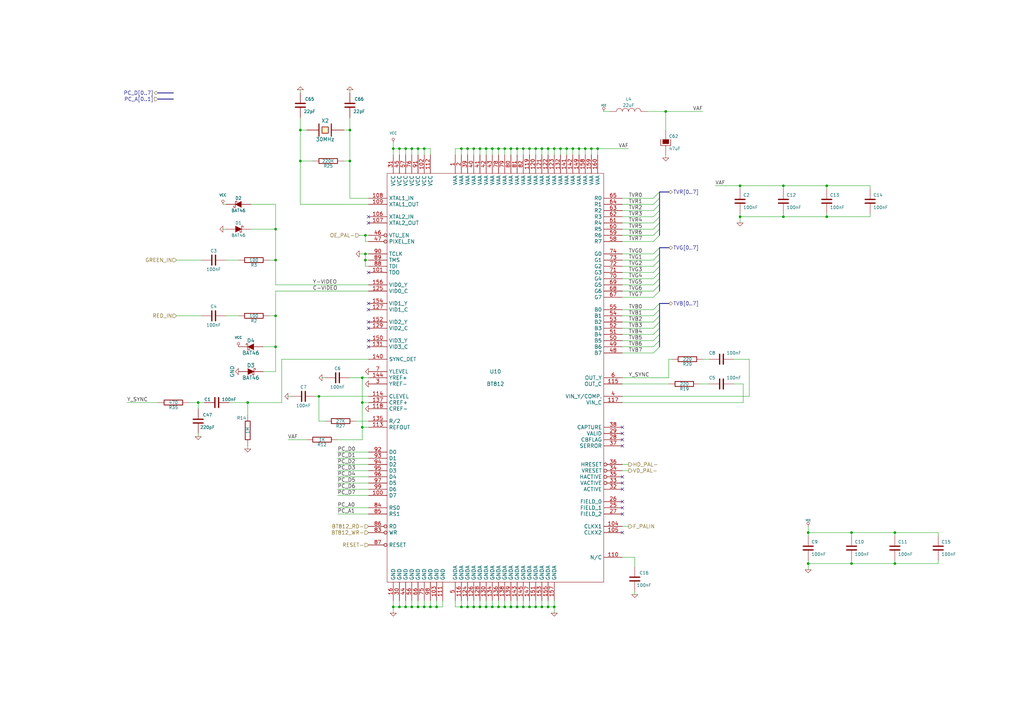
<source format=kicad_sch>
(kicad_sch (version 20201015) (generator eeschema)
  (page 1 8)
  (paper "A3")
  (title_block (title "Video") (date "Sun 22 Mar 2015") (rev "2.0B") (company "Kicad EDA"))
  (lib_symbols
    (symbol "video_schlib:BT812" (pin_names (offset 0.762))
      (property "Reference" "U" (at 47.498 85.09 0))
      (property "Value" "BT812" (at 31.242 -85.09 0))
      (symbol "BT812_1_1"
        (pin input line (at -16.51 91.44 270) (length 7.62) (name "VAA") (number "1"))
        (pin tri_state line (at -52.07 -48.26 0) (length 7.62) (name "D7") (number "100"))
        (pin output line (at -52.07 43.18 0) (length 7.62) (name "TDO") (number "101"))
        (pin input line (at -29.21 91.44 270) (length 7.62) (name "VCC") (number "102"))
        (pin input line (at -24.13 -91.44 90) (length 7.62) (name "GND") (number "103"))
        (pin output line (at 52.07 -60.96 180) (length 7.62) (name "CLKX1") (number "104"))
        (pin output line (at 52.07 -63.5 180) (length 7.62) (name "CLKX2") (number "105"))
        (pin input line (at -52.07 66.04 0) (length 7.62) (name "XTAL2_IN") (number "106"))
        (pin output line (at -52.07 63.5 0) (length 7.62) (name "XTAL2_OUT") (number "107"))
        (pin input line (at -52.07 73.66 0) (length 7.62) (name "XTAL1_IN") (number "108"))
        (pin output line (at -52.07 71.12 0) (length 7.62) (name "XTAL1_OUT") (number "109"))
        (pin input line (at 52.07 -73.66 180) (length 7.62) (name "N/C") (number "110"))
        (pin input line (at -21.59 -91.44 90) (length 7.62) (name "GND") (number "111"))
        (pin input line (at -26.67 91.44 270) (length 7.62) (name "VCC") (number "112"))
        (pin output line (at -52.07 -20.32 0) (length 7.62) (name "REFOUT") (number "113"))
        (pin input line (at -52.07 -7.62 0) (length 7.62) (name "CLEVEL") (number "114"))
        (pin output line (at 52.07 -2.54 180) (length 7.62) (name "OUT_C") (number "115"))
        (pin input line (at -13.97 -91.44 90) (length 7.62) (name "GNDA") (number "116"))
        (pin input line (at 52.07 -10.16 180) (length 7.62) (name "VIN_C") (number "117"))
        (pin input line (at -52.07 -12.7 0) (length 7.62) (name "CREF-") (number "118"))
        (pin input line (at 13.97 91.44 270) (length 7.62) (name "VAA") (number "119"))
        (pin input line (at 16.51 91.44 270) (length 7.62) (name "VAA") (number "120"))
        (pin input line (at 19.05 91.44 270) (length 7.62) (name "VAA") (number "121"))
        (pin input line (at 21.59 91.44 270) (length 7.62) (name "VAA") (number "122"))
        (pin passive line (at 24.13 91.44 270) (length 7.62) (name "VAA") (number "123"))
        (pin input line (at -11.43 -91.44 90) (length 7.62) (name "GNDA") (number "124"))
        (pin input line (at -52.07 35.56 0) (length 7.62) (name "VID0_C") (number "125"))
        (pin input line (at -8.89 -91.44 90) (length 7.62) (name "GNDA") (number "126"))
        (pin input line (at -52.07 27.94 0) (length 7.62) (name "VID1_C") (number "127"))
        (pin input line (at -6.35 -91.44 90) (length 7.62) (name "GNDA") (number "128"))
        (pin input line (at -52.07 20.32 0) (length 7.62) (name "VID2_C") (number "129"))
        (pin input line (at -3.81 -91.44 90) (length 7.62) (name "GNDA") (number "130"))
        (pin input line (at -52.07 12.7 0) (length 7.62) (name "VID3_C") (number "131"))
        (pin input line (at 26.67 91.44 270) (length 7.62) (name "VAA") (number "132"))
        (pin input line (at -1.27 -91.44 90) (length 7.62) (name "GNDA") (number "134"))
        (pin input line (at -52.07 -17.78 0) (length 7.62) (name "R/2") (number "135"))
        (pin input line (at 1.27 -91.44 90) (length 7.62) (name "GNDA") (number "136"))
        (pin input line (at -52.07 -10.16 0) (length 7.62) (name "CREF+") (number "137"))
        (pin input line (at 3.81 -91.44 90) (length 7.62) (name "GNDA") (number "138"))
        (pin input line (at 6.35 -91.44 90) (length 7.62) (name "GNDA") (number "139"))
        (pin input line (at -52.07 7.62 0) (length 7.62) (name "SYNC_DET") (number "140"))
        (pin input line (at 29.21 91.44 270) (length 7.62) (name "VAA") (number "141"))
        (pin input line (at 31.75 91.44 270) (length 7.62) (name "VAA") (number "142"))
        (pin input line (at 8.89 -91.44 90) (length 7.62) (name "GNDA") (number "143"))
        (pin input line (at -52.07 0 0) (length 7.62) (name "YREF+") (number "144"))
        (pin input line (at 11.43 -91.44 90) (length 7.62) (name "GNDA") (number "145"))
        (pin input line (at 13.97 -91.44 90) (length 7.62) (name "GNDA") (number "147"))
        (pin input line (at 34.29 91.44 270) (length 7.62) (name "VAA") (number "149"))
        (pin input line (at -52.07 15.24 0) (length 7.62) (name "VID3_Y") (number "150"))
        (pin input line (at 16.51 -91.44 90) (length 7.62) (name "GNDA") (number "151"))
        (pin input line (at -52.07 22.86 0) (length 7.62) (name "VID2_Y") (number "152"))
        (pin input line (at 19.05 -91.44 90) (length 7.62) (name "GNDA") (number "153"))
        (pin input line (at -52.07 30.48 0) (length 7.62) (name "VID1_Y") (number "154"))
        (pin input line (at 21.59 -91.44 90) (length 7.62) (name "GNDA") (number "155"))
        (pin input line (at -52.07 38.1 0) (length 7.62) (name "VID0_Y") (number "156"))
        (pin input line (at 24.13 -91.44 90) (length 7.62) (name "GNDA") (number "157"))
        (pin input line (at 36.83 91.44 270) (length 7.62) (name "VAA") (number "158"))
        (pin input line (at 39.37 91.44 270) (length 7.62) (name "VAA") (number "159"))
        (pin input line (at -41.91 -91.44 90) (length 7.62) (name "GND") (number "16"))
        (pin input line (at 41.91 91.44 270) (length 7.62) (name "VAA") (number "160"))
        (pin input line (at -13.97 91.44 270) (length 7.62) (name "VAA") (number "2"))
        (pin bidirectional line (at 52.07 -53.34 180) (length 7.62) (name "FIELD_1") (number "25"))
        (pin bidirectional line (at 52.07 -50.8 180) (length 7.62) (name "FIELD_0") (number "26"))
        (pin output line (at 52.07 -55.88 180) (length 7.62) (name "FIELD_2") (number "27"))
        (pin output line (at 52.07 -25.4 180) (length 7.62) (name "CBFLAG") (number "28"))
        (pin output line (at 52.07 -22.86 180) (length 7.62) (name "VALID") (number "29"))
        (pin input line (at -52.07 -2.54 0) (length 7.62) (name "YREF-") (number "3"))
        (pin input line (at -39.37 -91.44 90) (length 7.62) (name "GND") (number "30"))
        (pin input line (at -41.91 91.44 270) (length 7.62) (name "VCC") (number "31"))
        (pin output line (at 52.07 -45.72 180) (length 7.62) (name "ACTIVE") (number "32"))
        (pin output inverted (at 52.07 -43.18 180) (length 7.62) (name "VACTIVE") (number "33"))
        (pin output inverted (at 52.07 -38.1 180) (length 7.62) (name "VRESET") (number "34"))
        (pin output inverted (at 52.07 -40.64 180) (length 7.62) (name "HACTIVE") (number "35"))
        (pin output inverted (at 52.07 -35.56 180) (length 7.62) (name "HRESET") (number "36"))
        (pin output line (at 52.07 -27.94 180) (length 7.62) (name "SERROR") (number "37"))
        (pin output line (at 52.07 -20.32 180) (length 7.62) (name "CAPTURE") (number "38"))
        (pin input line (at -11.43 91.44 270) (length 7.62) (name "VAA") (number "39"))
        (pin input line (at 52.07 -7.62 180) (length 7.62) (name "VIN_Y/COMP.") (number "4"))
        (pin input line (at -8.89 91.44 270) (length 7.62) (name "VAA") (number "40"))
        (pin input line (at -6.35 91.44 270) (length 7.62) (name "VAA") (number "41"))
        (pin input line (at -3.81 91.44 270) (length 7.62) (name "VAA") (number "42"))
        (pin input line (at -1.27 91.44 270) (length 7.62) (name "VAA") (number "43"))
        (pin input line (at -36.83 -91.44 90) (length 7.62) (name "GND") (number "44"))
        (pin input line (at -39.37 91.44 270) (length 7.62) (name "VCC") (number "45"))
        (pin input inverted (at -52.07 58.42 0) (length 7.62) (name "VTU_EN") (number "46"))
        (pin input inverted (at -52.07 55.88 0) (length 7.62) (name "PIXEL_EN") (number "47"))
        (pin tri_state line (at 52.07 10.16 180) (length 7.62) (name "B7") (number "48"))
        (pin tri_state line (at 52.07 12.7 180) (length 7.62) (name "B6") (number "49"))
        (pin input line (at -16.51 -91.44 90) (length 7.62) (name "GNDA") (number "5"))
        (pin tri_state line (at 52.07 15.24 180) (length 7.62) (name "B5") (number "50"))
        (pin tri_state line (at 52.07 17.78 180) (length 7.62) (name "B4") (number "51"))
        (pin tri_state line (at 52.07 20.32 180) (length 7.62) (name "B3") (number "52"))
        (pin tri_state line (at 52.07 22.86 180) (length 7.62) (name "B2") (number "53"))
        (pin tri_state line (at 52.07 25.4 180) (length 7.62) (name "B1") (number "54"))
        (pin tri_state line (at 52.07 27.94 180) (length 7.62) (name "B0") (number "55"))
        (pin input line (at -34.29 -91.44 90) (length 7.62) (name "GND") (number "56"))
        (pin input line (at -36.83 91.44 270) (length 7.62) (name "VCC") (number "57"))
        (pin tri_state line (at 52.07 55.88 180) (length 7.62) (name "R7") (number "58"))
        (pin tri_state line (at 52.07 58.42 180) (length 7.62) (name "R6") (number "59"))
        (pin output line (at 52.07 0 180) (length 7.62) (name "OUT_Y") (number "6"))
        (pin tri_state line (at 52.07 60.96 180) (length 7.62) (name "R5") (number "60"))
        (pin tri_state line (at 52.07 63.5 180) (length 7.62) (name "R4") (number "61"))
        (pin tri_state line (at 52.07 66.04 180) (length 7.62) (name "R3") (number "62"))
        (pin tri_state line (at 52.07 68.58 180) (length 7.62) (name "R2") (number "63"))
        (pin tri_state line (at 52.07 71.12 180) (length 7.62) (name "R1") (number "64"))
        (pin tri_state line (at 52.07 73.66 180) (length 7.62) (name "R0") (number "65"))
        (pin input line (at -31.75 -91.44 90) (length 7.62) (name "GND") (number "66"))
        (pin tri_state line (at 52.07 33.02 180) (length 7.62) (name "G7") (number "67"))
        (pin tri_state line (at 52.07 35.56 180) (length 7.62) (name "G6") (number "68"))
        (pin tri_state line (at 52.07 38.1 180) (length 7.62) (name "G5") (number "69"))
        (pin input line (at -52.07 2.54 0) (length 7.62) (name "YLEVEL") (number "7"))
        (pin tri_state line (at 52.07 40.64 180) (length 7.62) (name "G4") (number "70"))
        (pin tri_state line (at 52.07 43.18 180) (length 7.62) (name "G3") (number "71"))
        (pin tri_state line (at 52.07 45.72 180) (length 7.62) (name "G2") (number "72"))
        (pin tri_state line (at 52.07 48.26 180) (length 7.62) (name "G1") (number "73"))
        (pin tri_state line (at 52.07 50.8 180) (length 7.62) (name "G0") (number "74"))
        (pin input line (at -29.21 -91.44 90) (length 7.62) (name "GND") (number "75"))
        (pin input line (at -34.29 91.44 270) (length 7.62) (name "VCC") (number "76"))
        (pin input line (at 1.27 91.44 270) (length 7.62) (name "VAA") (number "78"))
        (pin input line (at 3.81 91.44 270) (length 7.62) (name "VAA") (number "79"))
        (pin input line (at 6.35 91.44 270) (length 7.62) (name "VAA") (number "80"))
        (pin input line (at 8.89 91.44 270) (length 7.62) (name "VAA") (number "81"))
        (pin input line (at 11.43 91.44 270) (length 7.62) (name "VAA") (number "82"))
        (pin input inverted (at -52.07 -63.5 0) (length 7.62) (name "WR") (number "83"))
        (pin input line (at -52.07 -53.34 0) (length 7.62) (name "RS0") (number "84"))
        (pin input line (at -52.07 -55.88 0) (length 7.62) (name "RS1") (number "85"))
        (pin input inverted (at -52.07 -60.96 0) (length 7.62) (name "RD") (number "86"))
        (pin input inverted (at -52.07 -68.58 0) (length 7.62) (name "RESET") (number "87"))
        (pin input line (at -52.07 45.72 0) (length 7.62) (name "TDI") (number "88"))
        (pin input line (at -52.07 48.26 0) (length 7.62) (name "TMS") (number "89"))
        (pin input line (at -52.07 50.8 0) (length 7.62) (name "TCLK") (number "90"))
        (pin passive line (at -31.75 91.44 270) (length 7.62) (name "VCC") (number "91"))
        (pin tri_state line (at -52.07 -30.48 0) (length 7.62) (name "D0") (number "92"))
        (pin tri_state line (at -52.07 -33.02 0) (length 7.62) (name "D1") (number "93"))
        (pin tri_state line (at -52.07 -35.56 0) (length 7.62) (name "D2") (number "94"))
        (pin tri_state line (at -52.07 -38.1 0) (length 7.62) (name "D3") (number "95"))
        (pin tri_state line (at -52.07 -40.64 0) (length 7.62) (name "D4") (number "96"))
        (pin tri_state line (at -52.07 -43.18 0) (length 7.62) (name "D5") (number "97"))
        (pin input line (at -26.67 -91.44 90) (length 7.62) (name "GND") (number "98"))
        (pin tri_state line (at -52.07 -45.72 0) (length 7.62) (name "D6") (number "99"))
      )
    )
    (symbol "video_schlib:C" (pin_numbers hide) (pin_names (offset 0.254))
      (property "Reference" "C" (at 0 2.54 0))
      (property "Value" "C" (at 0.1524 -2.159 0))
      (symbol "C_1_1"
        (pin passive line (at 0 5.08 270) (length 4.318) (name "~") (number "1"))
        (pin passive line (at 0 -5.08 90) (length 4.318) (name "~") (number "2"))
      )
    )
    (symbol "video_schlib:CP" (pin_numbers hide) (pin_names (offset 0.254) hide)
      (property "Reference" "C" (at 1.27 2.54 0))
      (property "Value" "CP" (at 1.27 -2.54 0))
      (symbol "CP_1_1"
        (pin passive line (at 0 5.08 270) (length 3.81) (name "~") (number "1"))
        (pin passive line (at 0 -5.08 90) (length 3.81) (name "~") (number "2"))
      )
    )
    (symbol "video_schlib:CRYSTAL" (pin_numbers hide) (pin_names (offset 1.016) hide)
      (property "Reference" "X" (at 0 3.81 0))
      (property "Value" "CRYSTAL" (at 0 -3.81 0))
      (symbol "CRYSTAL_1_1"
        (pin passive line (at -7.62 0 0) (length 5.08) (name "1") (number "1"))
        (pin passive line (at 7.62 0 180) (length 5.08) (name "2") (number "2"))
      )
    )
    (symbol "video_schlib:DIODESCH" (pin_numbers hide) (pin_names (offset 1.016) hide)
      (property "Reference" "D" (at 0 2.54 0))
      (property "Value" "DIODESCH" (at 0 -2.54 0))
      (symbol "DIODESCH_1_1"
        (pin passive line (at -5.08 0 0) (length 3.81) (name "A") (number "1"))
        (pin passive line (at 5.08 0 180) (length 3.81) (name "K") (number "2"))
      )
    )
    (symbol "video_schlib:GND" (power) (pin_names (offset 0))
      (symbol "GND_1_1"
        (pin power_in line (at 0 0 90) (length 0) hide (name "GND") (number "1"))
      )
    )
    (symbol "video_schlib:INDUCTOR" (pin_numbers hide) (pin_names (offset 1.016) hide)
      (property "Reference" "L" (at -1.27 0 90))
      (property "Value" "INDUCTOR" (at 2.54 0 90))
      (symbol "INDUCTOR_1_1"
        (pin passive line (at 0 7.62 270) (length 2.54) (name "1") (number "1"))
        (pin passive line (at 0 -7.62 90) (length 2.54) (name "2") (number "2"))
      )
    )
    (symbol "video_schlib:R" (pin_numbers hide) (pin_names (offset 0))
      (property "Reference" "R" (at 2.032 0 90))
      (property "Value" "R" (at 0.1778 0.0254 90))
      (symbol "R_1_1"
        (pin passive line (at 0 6.35 270) (length 2.54) (name "~") (number "1"))
        (pin passive line (at 0 -6.35 90) (length 2.54) (name "~") (number "2"))
      )
    )
    (symbol "video_schlib:VCC" (power) (pin_names (offset 0))
      (property "Value" "VCC" (at 0 2.54 0))
      (symbol "VCC_0_0"
        (pin power_in line (at 0 0 90) (length 0) hide (name "VCC") (number "1"))
      )
    )
  )
  (junction (at 81.28 165.1) (diameter 0.9144))
  (junction (at 101.6 165.1) (diameter 0.9144))
  (junction (at 113.03 93.98) (diameter 0.9144))
  (junction (at 113.03 106.68) (diameter 0.9144))
  (junction (at 113.03 129.54) (diameter 0.9144))
  (junction (at 113.03 142.24) (diameter 0.9144))
  (junction (at 123.19 53.34) (diameter 0.9144))
  (junction (at 123.19 66.04) (diameter 0.9144))
  (junction (at 130.81 162.56) (diameter 0.9144))
  (junction (at 143.51 53.34) (diameter 0.9144))
  (junction (at 143.51 66.04) (diameter 0.9144))
  (junction (at 148.59 154.94) (diameter 0.9144))
  (junction (at 148.59 165.1) (diameter 0.9144))
  (junction (at 148.59 175.26) (diameter 0.9144))
  (junction (at 149.86 96.52) (diameter 0.9144))
  (junction (at 149.86 104.14) (diameter 0.9144))
  (junction (at 149.86 106.68) (diameter 0.9144))
  (junction (at 161.29 60.96) (diameter 0.9144))
  (junction (at 161.29 248.92) (diameter 0.9144))
  (junction (at 163.83 60.96) (diameter 0.9144))
  (junction (at 163.83 248.92) (diameter 0.9144))
  (junction (at 166.37 60.96) (diameter 0.9144))
  (junction (at 166.37 248.92) (diameter 0.9144))
  (junction (at 168.91 60.96) (diameter 0.9144))
  (junction (at 168.91 248.92) (diameter 0.9144))
  (junction (at 171.45 60.96) (diameter 0.9144))
  (junction (at 171.45 248.92) (diameter 0.9144))
  (junction (at 173.99 60.96) (diameter 0.9144))
  (junction (at 173.99 248.92) (diameter 0.9144))
  (junction (at 176.53 248.92) (diameter 0.9144))
  (junction (at 179.07 248.92) (diameter 0.9144))
  (junction (at 189.23 60.96) (diameter 0.9144))
  (junction (at 189.23 248.92) (diameter 0.9144))
  (junction (at 191.77 60.96) (diameter 0.9144))
  (junction (at 191.77 248.92) (diameter 0.9144))
  (junction (at 194.31 60.96) (diameter 0.9144))
  (junction (at 194.31 248.92) (diameter 0.9144))
  (junction (at 196.85 60.96) (diameter 0.9144))
  (junction (at 196.85 248.92) (diameter 0.9144))
  (junction (at 199.39 60.96) (diameter 0.9144))
  (junction (at 199.39 248.92) (diameter 0.9144))
  (junction (at 201.93 60.96) (diameter 0.9144))
  (junction (at 201.93 248.92) (diameter 0.9144))
  (junction (at 204.47 60.96) (diameter 0.9144))
  (junction (at 204.47 248.92) (diameter 0.9144))
  (junction (at 207.01 60.96) (diameter 0.9144))
  (junction (at 207.01 248.92) (diameter 0.9144))
  (junction (at 209.55 60.96) (diameter 0.9144))
  (junction (at 209.55 248.92) (diameter 0.9144))
  (junction (at 212.09 60.96) (diameter 0.9144))
  (junction (at 212.09 248.92) (diameter 0.9144))
  (junction (at 214.63 60.96) (diameter 0.9144))
  (junction (at 214.63 248.92) (diameter 0.9144))
  (junction (at 217.17 60.96) (diameter 0.9144))
  (junction (at 217.17 248.92) (diameter 0.9144))
  (junction (at 219.71 60.96) (diameter 0.9144))
  (junction (at 219.71 248.92) (diameter 0.9144))
  (junction (at 222.25 60.96) (diameter 0.9144))
  (junction (at 222.25 248.92) (diameter 0.9144))
  (junction (at 224.79 60.96) (diameter 0.9144))
  (junction (at 224.79 248.92) (diameter 0.9144))
  (junction (at 227.33 60.96) (diameter 0.9144))
  (junction (at 227.33 248.92) (diameter 0.9144))
  (junction (at 229.87 60.96) (diameter 0.9144))
  (junction (at 232.41 60.96) (diameter 0.9144))
  (junction (at 234.95 60.96) (diameter 0.9144))
  (junction (at 237.49 60.96) (diameter 0.9144))
  (junction (at 240.03 60.96) (diameter 0.9144))
  (junction (at 242.57 60.96) (diameter 0.9144))
  (junction (at 245.11 60.96) (diameter 0.9144))
  (junction (at 273.05 45.72) (diameter 0.9144))
  (junction (at 303.53 76.2) (diameter 0.9144))
  (junction (at 303.53 88.9) (diameter 0.9144))
  (junction (at 321.31 76.2) (diameter 0.9144))
  (junction (at 321.31 88.9) (diameter 0.9144))
  (junction (at 331.47 218.44) (diameter 0.9144))
  (junction (at 331.47 231.14) (diameter 0.9144))
  (junction (at 339.09 76.2) (diameter 0.9144))
  (junction (at 339.09 88.9) (diameter 0.9144))
  (junction (at 349.25 218.44) (diameter 0.9144))
  (junction (at 349.25 231.14) (diameter 0.9144))
  (junction (at 367.03 218.44) (diameter 0.9144))
  (junction (at 367.03 231.14) (diameter 0.9144))
  (no_connect (at 151.13 111.76))
  (no_connect (at 255.27 208.28))
  (no_connect (at 255.27 205.74))
  (no_connect (at 151.13 88.9))
  (no_connect (at 255.27 182.88))
  (no_connect (at 255.27 200.66))
  (no_connect (at 255.27 210.82))
  (no_connect (at 151.13 139.7))
  (no_connect (at 151.13 134.62))
  (no_connect (at 255.27 195.58))
  (no_connect (at 255.27 218.44))
  (no_connect (at 255.27 177.8))
  (no_connect (at 255.27 198.12))
  (no_connect (at 151.13 124.46))
  (no_connect (at 255.27 175.26))
  (no_connect (at 151.13 127))
  (no_connect (at 255.27 180.34))
  (no_connect (at 151.13 142.24))
  (no_connect (at 151.13 132.08))
  (no_connect (at 151.13 91.44))
  (bus_entry (at 267.97 81.28) (size 2.54 -2.54) (stroke (width 0.1524)))
  (bus_entry (at 267.97 83.82) (size 2.54 -2.54) (stroke (width 0.1524)))
  (bus_entry (at 267.97 86.36) (size 2.54 -2.54) (stroke (width 0.1524)))
  (bus_entry (at 267.97 88.9) (size 2.54 -2.54) (stroke (width 0.1524)))
  (bus_entry (at 267.97 91.44) (size 2.54 -2.54) (stroke (width 0.1524)))
  (bus_entry (at 267.97 93.98) (size 2.54 -2.54) (stroke (width 0.1524)))
  (bus_entry (at 267.97 96.52) (size 2.54 -2.54) (stroke (width 0.1524)))
  (bus_entry (at 267.97 99.06) (size 2.54 -2.54) (stroke (width 0.1524)))
  (bus_entry (at 267.97 104.14) (size 2.54 -2.54) (stroke (width 0.1524)))
  (bus_entry (at 267.97 106.68) (size 2.54 -2.54) (stroke (width 0.1524)))
  (bus_entry (at 267.97 109.22) (size 2.54 -2.54) (stroke (width 0.1524)))
  (bus_entry (at 267.97 111.76) (size 2.54 -2.54) (stroke (width 0.1524)))
  (bus_entry (at 267.97 114.3) (size 2.54 -2.54) (stroke (width 0.1524)))
  (bus_entry (at 267.97 116.84) (size 2.54 -2.54) (stroke (width 0.1524)))
  (bus_entry (at 267.97 119.38) (size 2.54 -2.54) (stroke (width 0.1524)))
  (bus_entry (at 267.97 121.92) (size 2.54 -2.54) (stroke (width 0.1524)))
  (bus_entry (at 267.97 127) (size 2.54 -2.54) (stroke (width 0.1524)))
  (bus_entry (at 267.97 129.54) (size 2.54 -2.54) (stroke (width 0.1524)))
  (bus_entry (at 267.97 132.08) (size 2.54 -2.54) (stroke (width 0.1524)))
  (bus_entry (at 267.97 134.62) (size 2.54 -2.54) (stroke (width 0.1524)))
  (bus_entry (at 267.97 137.16) (size 2.54 -2.54) (stroke (width 0.1524)))
  (bus_entry (at 267.97 139.7) (size 2.54 -2.54) (stroke (width 0.1524)))
  (bus_entry (at 267.97 142.24) (size 2.54 -2.54) (stroke (width 0.1524)))
  (bus_entry (at 267.97 144.78) (size 2.54 -2.54) (stroke (width 0.1524)))
  (wire (pts (xy 52.07 165.1) (xy 64.77 165.1)))
  (wire (pts (xy 72.39 106.68) (xy 82.55 106.68)))
  (wire (pts (xy 72.39 129.54) (xy 82.55 129.54)))
  (wire (pts (xy 77.47 165.1) (xy 81.28 165.1)))
  (wire (pts (xy 81.28 165.1) (xy 81.28 167.64)))
  (wire (pts (xy 81.28 165.1) (xy 83.82 165.1)))
  (wire (pts (xy 81.28 177.8) (xy 81.28 179.07)))
  (wire (pts (xy 91.44 83.82) (xy 92.71 83.82)))
  (wire (pts (xy 91.44 93.98) (xy 92.71 93.98)))
  (wire (pts (xy 92.71 106.68) (xy 97.79 106.68)))
  (wire (pts (xy 92.71 129.54) (xy 97.79 129.54)))
  (wire (pts (xy 93.98 165.1) (xy 101.6 165.1)))
  (wire (pts (xy 101.6 165.1) (xy 101.6 170.18)))
  (wire (pts (xy 101.6 165.1) (xy 115.57 165.1)))
  (wire (pts (xy 101.6 182.88) (xy 101.6 184.15)))
  (wire (pts (xy 102.87 83.82) (xy 113.03 83.82)))
  (wire (pts (xy 102.87 93.98) (xy 113.03 93.98)))
  (wire (pts (xy 107.95 142.24) (xy 113.03 142.24)))
  (wire (pts (xy 110.49 106.68) (xy 113.03 106.68)))
  (wire (pts (xy 110.49 129.54) (xy 113.03 129.54)))
  (wire (pts (xy 113.03 83.82) (xy 113.03 93.98)))
  (wire (pts (xy 113.03 93.98) (xy 113.03 106.68)))
  (wire (pts (xy 113.03 106.68) (xy 113.03 116.84)))
  (wire (pts (xy 113.03 116.84) (xy 151.13 116.84)))
  (wire (pts (xy 113.03 119.38) (xy 113.03 129.54)))
  (wire (pts (xy 113.03 129.54) (xy 113.03 142.24)))
  (wire (pts (xy 113.03 142.24) (xy 113.03 152.4)))
  (wire (pts (xy 113.03 152.4) (xy 107.95 152.4)))
  (wire (pts (xy 115.57 165.1) (xy 115.57 147.32)))
  (wire (pts (xy 118.11 162.56) (xy 119.38 162.56)))
  (wire (pts (xy 118.11 180.34) (xy 125.73 180.34)))
  (wire (pts (xy 123.19 38.1) (xy 123.19 36.83)))
  (wire (pts (xy 123.19 48.26) (xy 123.19 53.34)))
  (wire (pts (xy 123.19 53.34) (xy 123.19 66.04)))
  (wire (pts (xy 123.19 53.34) (xy 125.73 53.34)))
  (wire (pts (xy 123.19 66.04) (xy 123.19 83.82)))
  (wire (pts (xy 123.19 66.04) (xy 128.27 66.04)))
  (wire (pts (xy 123.19 83.82) (xy 151.13 83.82)))
  (wire (pts (xy 129.54 162.56) (xy 130.81 162.56)))
  (wire (pts (xy 130.81 162.56) (xy 130.81 172.72)))
  (wire (pts (xy 130.81 162.56) (xy 151.13 162.56)))
  (wire (pts (xy 130.81 172.72) (xy 133.35 172.72)))
  (wire (pts (xy 132.08 154.94) (xy 133.35 154.94)))
  (wire (pts (xy 138.43 185.42) (xy 151.13 185.42)))
  (wire (pts (xy 138.43 187.96) (xy 151.13 187.96)))
  (wire (pts (xy 138.43 190.5) (xy 151.13 190.5)))
  (wire (pts (xy 138.43 193.04) (xy 151.13 193.04)))
  (wire (pts (xy 138.43 195.58) (xy 151.13 195.58)))
  (wire (pts (xy 138.43 198.12) (xy 151.13 198.12)))
  (wire (pts (xy 138.43 200.66) (xy 151.13 200.66)))
  (wire (pts (xy 138.43 203.2) (xy 151.13 203.2)))
  (wire (pts (xy 138.43 208.28) (xy 151.13 208.28)))
  (wire (pts (xy 138.43 210.82) (xy 151.13 210.82)))
  (wire (pts (xy 140.97 53.34) (xy 143.51 53.34)))
  (wire (pts (xy 140.97 66.04) (xy 143.51 66.04)))
  (wire (pts (xy 143.51 36.83) (xy 143.51 38.1)))
  (wire (pts (xy 143.51 48.26) (xy 143.51 53.34)))
  (wire (pts (xy 143.51 53.34) (xy 143.51 66.04)))
  (wire (pts (xy 143.51 66.04) (xy 143.51 81.28)))
  (wire (pts (xy 143.51 81.28) (xy 151.13 81.28)))
  (wire (pts (xy 143.51 154.94) (xy 148.59 154.94)))
  (wire (pts (xy 146.05 172.72) (xy 151.13 172.72)))
  (wire (pts (xy 147.32 96.52) (xy 149.86 96.52)))
  (wire (pts (xy 147.32 104.14) (xy 149.86 104.14)))
  (wire (pts (xy 148.59 154.94) (xy 148.59 165.1)))
  (wire (pts (xy 148.59 154.94) (xy 151.13 154.94)))
  (wire (pts (xy 148.59 165.1) (xy 148.59 175.26)))
  (wire (pts (xy 148.59 165.1) (xy 151.13 165.1)))
  (wire (pts (xy 148.59 175.26) (xy 148.59 180.34)))
  (wire (pts (xy 148.59 175.26) (xy 151.13 175.26)))
  (wire (pts (xy 148.59 180.34) (xy 138.43 180.34)))
  (wire (pts (xy 149.86 96.52) (xy 151.13 96.52)))
  (wire (pts (xy 149.86 99.06) (xy 149.86 96.52)))
  (wire (pts (xy 149.86 104.14) (xy 149.86 106.68)))
  (wire (pts (xy 149.86 104.14) (xy 151.13 104.14)))
  (wire (pts (xy 149.86 106.68) (xy 149.86 109.22)))
  (wire (pts (xy 149.86 106.68) (xy 151.13 106.68)))
  (wire (pts (xy 149.86 109.22) (xy 151.13 109.22)))
  (wire (pts (xy 151.13 99.06) (xy 149.86 99.06)))
  (wire (pts (xy 151.13 119.38) (xy 113.03 119.38)))
  (wire (pts (xy 151.13 147.32) (xy 115.57 147.32)))
  (wire (pts (xy 161.29 58.42) (xy 161.29 60.96)))
  (wire (pts (xy 161.29 60.96) (xy 161.29 63.5)))
  (wire (pts (xy 161.29 60.96) (xy 163.83 60.96)))
  (wire (pts (xy 161.29 246.38) (xy 161.29 248.92)))
  (wire (pts (xy 161.29 248.92) (xy 161.29 251.46)))
  (wire (pts (xy 161.29 248.92) (xy 163.83 248.92)))
  (wire (pts (xy 163.83 60.96) (xy 163.83 63.5)))
  (wire (pts (xy 163.83 60.96) (xy 166.37 60.96)))
  (wire (pts (xy 163.83 246.38) (xy 163.83 248.92)))
  (wire (pts (xy 163.83 248.92) (xy 166.37 248.92)))
  (wire (pts (xy 166.37 60.96) (xy 166.37 63.5)))
  (wire (pts (xy 166.37 60.96) (xy 168.91 60.96)))
  (wire (pts (xy 166.37 246.38) (xy 166.37 248.92)))
  (wire (pts (xy 166.37 248.92) (xy 168.91 248.92)))
  (wire (pts (xy 168.91 60.96) (xy 168.91 63.5)))
  (wire (pts (xy 168.91 60.96) (xy 171.45 60.96)))
  (wire (pts (xy 168.91 246.38) (xy 168.91 248.92)))
  (wire (pts (xy 168.91 248.92) (xy 171.45 248.92)))
  (wire (pts (xy 171.45 60.96) (xy 171.45 63.5)))
  (wire (pts (xy 171.45 60.96) (xy 173.99 60.96)))
  (wire (pts (xy 171.45 246.38) (xy 171.45 248.92)))
  (wire (pts (xy 171.45 248.92) (xy 173.99 248.92)))
  (wire (pts (xy 173.99 60.96) (xy 173.99 63.5)))
  (wire (pts (xy 173.99 60.96) (xy 176.53 60.96)))
  (wire (pts (xy 173.99 246.38) (xy 173.99 248.92)))
  (wire (pts (xy 173.99 248.92) (xy 176.53 248.92)))
  (wire (pts (xy 176.53 60.96) (xy 176.53 63.5)))
  (wire (pts (xy 176.53 246.38) (xy 176.53 248.92)))
  (wire (pts (xy 176.53 248.92) (xy 179.07 248.92)))
  (wire (pts (xy 179.07 246.38) (xy 179.07 248.92)))
  (wire (pts (xy 179.07 248.92) (xy 181.61 248.92)))
  (wire (pts (xy 181.61 248.92) (xy 181.61 246.38)))
  (wire (pts (xy 186.69 60.96) (xy 186.69 63.5)))
  (wire (pts (xy 186.69 60.96) (xy 189.23 60.96)))
  (wire (pts (xy 186.69 248.92) (xy 186.69 246.38)))
  (wire (pts (xy 186.69 248.92) (xy 189.23 248.92)))
  (wire (pts (xy 189.23 60.96) (xy 189.23 63.5)))
  (wire (pts (xy 189.23 60.96) (xy 191.77 60.96)))
  (wire (pts (xy 189.23 246.38) (xy 189.23 248.92)))
  (wire (pts (xy 189.23 248.92) (xy 191.77 248.92)))
  (wire (pts (xy 191.77 60.96) (xy 191.77 63.5)))
  (wire (pts (xy 191.77 60.96) (xy 194.31 60.96)))
  (wire (pts (xy 191.77 246.38) (xy 191.77 248.92)))
  (wire (pts (xy 191.77 248.92) (xy 194.31 248.92)))
  (wire (pts (xy 194.31 60.96) (xy 194.31 63.5)))
  (wire (pts (xy 194.31 60.96) (xy 196.85 60.96)))
  (wire (pts (xy 194.31 246.38) (xy 194.31 248.92)))
  (wire (pts (xy 194.31 248.92) (xy 196.85 248.92)))
  (wire (pts (xy 196.85 60.96) (xy 196.85 63.5)))
  (wire (pts (xy 196.85 60.96) (xy 199.39 60.96)))
  (wire (pts (xy 196.85 246.38) (xy 196.85 248.92)))
  (wire (pts (xy 196.85 248.92) (xy 199.39 248.92)))
  (wire (pts (xy 199.39 60.96) (xy 199.39 63.5)))
  (wire (pts (xy 199.39 60.96) (xy 201.93 60.96)))
  (wire (pts (xy 199.39 246.38) (xy 199.39 248.92)))
  (wire (pts (xy 199.39 248.92) (xy 201.93 248.92)))
  (wire (pts (xy 201.93 60.96) (xy 201.93 63.5)))
  (wire (pts (xy 201.93 60.96) (xy 204.47 60.96)))
  (wire (pts (xy 201.93 246.38) (xy 201.93 248.92)))
  (wire (pts (xy 201.93 248.92) (xy 204.47 248.92)))
  (wire (pts (xy 204.47 60.96) (xy 204.47 63.5)))
  (wire (pts (xy 204.47 60.96) (xy 207.01 60.96)))
  (wire (pts (xy 204.47 246.38) (xy 204.47 248.92)))
  (wire (pts (xy 204.47 248.92) (xy 207.01 248.92)))
  (wire (pts (xy 207.01 60.96) (xy 207.01 63.5)))
  (wire (pts (xy 207.01 60.96) (xy 209.55 60.96)))
  (wire (pts (xy 207.01 246.38) (xy 207.01 248.92)))
  (wire (pts (xy 207.01 248.92) (xy 209.55 248.92)))
  (wire (pts (xy 209.55 60.96) (xy 209.55 63.5)))
  (wire (pts (xy 209.55 60.96) (xy 212.09 60.96)))
  (wire (pts (xy 209.55 246.38) (xy 209.55 248.92)))
  (wire (pts (xy 209.55 248.92) (xy 212.09 248.92)))
  (wire (pts (xy 212.09 60.96) (xy 212.09 63.5)))
  (wire (pts (xy 212.09 60.96) (xy 214.63 60.96)))
  (wire (pts (xy 212.09 246.38) (xy 212.09 248.92)))
  (wire (pts (xy 212.09 248.92) (xy 214.63 248.92)))
  (wire (pts (xy 214.63 60.96) (xy 214.63 63.5)))
  (wire (pts (xy 214.63 60.96) (xy 217.17 60.96)))
  (wire (pts (xy 214.63 246.38) (xy 214.63 248.92)))
  (wire (pts (xy 214.63 248.92) (xy 217.17 248.92)))
  (wire (pts (xy 217.17 60.96) (xy 217.17 63.5)))
  (wire (pts (xy 217.17 60.96) (xy 219.71 60.96)))
  (wire (pts (xy 217.17 246.38) (xy 217.17 248.92)))
  (wire (pts (xy 217.17 248.92) (xy 219.71 248.92)))
  (wire (pts (xy 219.71 60.96) (xy 219.71 63.5)))
  (wire (pts (xy 219.71 60.96) (xy 222.25 60.96)))
  (wire (pts (xy 219.71 246.38) (xy 219.71 248.92)))
  (wire (pts (xy 219.71 248.92) (xy 222.25 248.92)))
  (wire (pts (xy 222.25 60.96) (xy 222.25 63.5)))
  (wire (pts (xy 222.25 60.96) (xy 224.79 60.96)))
  (wire (pts (xy 222.25 246.38) (xy 222.25 248.92)))
  (wire (pts (xy 222.25 248.92) (xy 224.79 248.92)))
  (wire (pts (xy 224.79 60.96) (xy 224.79 63.5)))
  (wire (pts (xy 224.79 60.96) (xy 227.33 60.96)))
  (wire (pts (xy 224.79 246.38) (xy 224.79 248.92)))
  (wire (pts (xy 224.79 248.92) (xy 227.33 248.92)))
  (wire (pts (xy 227.33 60.96) (xy 227.33 63.5)))
  (wire (pts (xy 227.33 60.96) (xy 229.87 60.96)))
  (wire (pts (xy 227.33 246.38) (xy 227.33 248.92)))
  (wire (pts (xy 227.33 248.92) (xy 227.33 251.46)))
  (wire (pts (xy 229.87 60.96) (xy 229.87 63.5)))
  (wire (pts (xy 229.87 60.96) (xy 232.41 60.96)))
  (wire (pts (xy 232.41 60.96) (xy 232.41 63.5)))
  (wire (pts (xy 232.41 60.96) (xy 234.95 60.96)))
  (wire (pts (xy 234.95 60.96) (xy 234.95 63.5)))
  (wire (pts (xy 234.95 60.96) (xy 237.49 60.96)))
  (wire (pts (xy 237.49 60.96) (xy 237.49 63.5)))
  (wire (pts (xy 237.49 60.96) (xy 240.03 60.96)))
  (wire (pts (xy 240.03 60.96) (xy 240.03 63.5)))
  (wire (pts (xy 240.03 60.96) (xy 242.57 60.96)))
  (wire (pts (xy 242.57 60.96) (xy 242.57 63.5)))
  (wire (pts (xy 242.57 60.96) (xy 245.11 60.96)))
  (wire (pts (xy 245.11 60.96) (xy 245.11 63.5)))
  (wire (pts (xy 245.11 60.96) (xy 257.81 60.96)))
  (wire (pts (xy 247.65 45.72) (xy 250.19 45.72)))
  (wire (pts (xy 255.27 81.28) (xy 267.97 81.28)))
  (wire (pts (xy 255.27 83.82) (xy 267.97 83.82)))
  (wire (pts (xy 255.27 86.36) (xy 267.97 86.36)))
  (wire (pts (xy 255.27 88.9) (xy 267.97 88.9)))
  (wire (pts (xy 255.27 91.44) (xy 267.97 91.44)))
  (wire (pts (xy 255.27 93.98) (xy 267.97 93.98)))
  (wire (pts (xy 255.27 96.52) (xy 267.97 96.52)))
  (wire (pts (xy 255.27 99.06) (xy 267.97 99.06)))
  (wire (pts (xy 255.27 104.14) (xy 267.97 104.14)))
  (wire (pts (xy 255.27 106.68) (xy 267.97 106.68)))
  (wire (pts (xy 255.27 109.22) (xy 267.97 109.22)))
  (wire (pts (xy 255.27 111.76) (xy 267.97 111.76)))
  (wire (pts (xy 255.27 114.3) (xy 267.97 114.3)))
  (wire (pts (xy 255.27 116.84) (xy 267.97 116.84)))
  (wire (pts (xy 255.27 119.38) (xy 267.97 119.38)))
  (wire (pts (xy 255.27 121.92) (xy 267.97 121.92)))
  (wire (pts (xy 255.27 127) (xy 267.97 127)))
  (wire (pts (xy 255.27 129.54) (xy 267.97 129.54)))
  (wire (pts (xy 255.27 132.08) (xy 267.97 132.08)))
  (wire (pts (xy 255.27 134.62) (xy 267.97 134.62)))
  (wire (pts (xy 255.27 137.16) (xy 267.97 137.16)))
  (wire (pts (xy 255.27 139.7) (xy 267.97 139.7)))
  (wire (pts (xy 255.27 142.24) (xy 267.97 142.24)))
  (wire (pts (xy 255.27 144.78) (xy 267.97 144.78)))
  (wire (pts (xy 255.27 154.94) (xy 274.32 154.94)))
  (wire (pts (xy 255.27 157.48) (xy 274.32 157.48)))
  (wire (pts (xy 255.27 162.56) (xy 307.34 162.56)))
  (wire (pts (xy 255.27 165.1) (xy 304.8 165.1)))
  (wire (pts (xy 255.27 190.5) (xy 257.81 190.5)))
  (wire (pts (xy 255.27 193.04) (xy 257.81 193.04)))
  (wire (pts (xy 255.27 215.9) (xy 257.81 215.9)))
  (wire (pts (xy 255.27 228.6) (xy 260.35 228.6)))
  (wire (pts (xy 260.35 228.6) (xy 260.35 232.41)))
  (wire (pts (xy 260.35 243.84) (xy 260.35 242.57)))
  (wire (pts (xy 265.43 45.72) (xy 273.05 45.72)))
  (wire (pts (xy 273.05 45.72) (xy 273.05 53.34)))
  (wire (pts (xy 273.05 45.72) (xy 288.29 45.72)))
  (wire (pts (xy 273.05 64.77) (xy 273.05 63.5)))
  (wire (pts (xy 274.32 147.32) (xy 275.59 147.32)))
  (wire (pts (xy 274.32 154.94) (xy 274.32 147.32)))
  (wire (pts (xy 287.02 157.48) (xy 290.83 157.48)))
  (wire (pts (xy 288.29 147.32) (xy 290.83 147.32)))
  (wire (pts (xy 293.37 76.2) (xy 303.53 76.2)))
  (wire (pts (xy 300.99 147.32) (xy 307.34 147.32)))
  (wire (pts (xy 300.99 157.48) (xy 304.8 157.48)))
  (wire (pts (xy 303.53 76.2) (xy 321.31 76.2)))
  (wire (pts (xy 303.53 77.47) (xy 303.53 76.2)))
  (wire (pts (xy 303.53 87.63) (xy 303.53 88.9)))
  (wire (pts (xy 303.53 88.9) (xy 303.53 91.44)))
  (wire (pts (xy 303.53 88.9) (xy 321.31 88.9)))
  (wire (pts (xy 304.8 165.1) (xy 304.8 157.48)))
  (wire (pts (xy 307.34 162.56) (xy 307.34 147.32)))
  (wire (pts (xy 321.31 76.2) (xy 339.09 76.2)))
  (wire (pts (xy 321.31 77.47) (xy 321.31 76.2)))
  (wire (pts (xy 321.31 88.9) (xy 321.31 87.63)))
  (wire (pts (xy 321.31 88.9) (xy 339.09 88.9)))
  (wire (pts (xy 331.47 215.9) (xy 331.47 218.44)))
  (wire (pts (xy 331.47 218.44) (xy 331.47 219.71)))
  (wire (pts (xy 331.47 218.44) (xy 349.25 218.44)))
  (wire (pts (xy 331.47 229.87) (xy 331.47 231.14)))
  (wire (pts (xy 331.47 231.14) (xy 331.47 233.68)))
  (wire (pts (xy 331.47 231.14) (xy 349.25 231.14)))
  (wire (pts (xy 339.09 76.2) (xy 356.87 76.2)))
  (wire (pts (xy 339.09 77.47) (xy 339.09 76.2)))
  (wire (pts (xy 339.09 88.9) (xy 339.09 87.63)))
  (wire (pts (xy 339.09 88.9) (xy 356.87 88.9)))
  (wire (pts (xy 349.25 218.44) (xy 349.25 219.71)))
  (wire (pts (xy 349.25 218.44) (xy 367.03 218.44)))
  (wire (pts (xy 349.25 229.87) (xy 349.25 231.14)))
  (wire (pts (xy 349.25 231.14) (xy 367.03 231.14)))
  (wire (pts (xy 356.87 76.2) (xy 356.87 77.47)))
  (wire (pts (xy 356.87 88.9) (xy 356.87 87.63)))
  (wire (pts (xy 367.03 218.44) (xy 367.03 219.71)))
  (wire (pts (xy 367.03 218.44) (xy 384.81 218.44)))
  (wire (pts (xy 367.03 229.87) (xy 367.03 231.14)))
  (wire (pts (xy 367.03 231.14) (xy 384.81 231.14)))
  (wire (pts (xy 384.81 218.44) (xy 384.81 219.71)))
  (wire (pts (xy 384.81 231.14) (xy 384.81 229.87)))
  (bus (pts (xy 64.77 38.1) (xy 71.12 38.1)))
  (bus (pts (xy 64.77 40.64) (xy 71.12 40.64)))
  (bus (pts (xy 270.51 78.74) (xy 270.51 81.28)))
  (bus (pts (xy 270.51 81.28) (xy 270.51 83.82)))
  (bus (pts (xy 270.51 83.82) (xy 270.51 86.36)))
  (bus (pts (xy 270.51 86.36) (xy 270.51 88.9)))
  (bus (pts (xy 270.51 88.9) (xy 270.51 91.44)))
  (bus (pts (xy 270.51 91.44) (xy 270.51 93.98)))
  (bus (pts (xy 270.51 93.98) (xy 270.51 96.52)))
  (bus (pts (xy 270.51 101.6) (xy 270.51 104.14)))
  (bus (pts (xy 270.51 104.14) (xy 270.51 106.68)))
  (bus (pts (xy 270.51 106.68) (xy 270.51 109.22)))
  (bus (pts (xy 270.51 109.22) (xy 270.51 111.76)))
  (bus (pts (xy 270.51 111.76) (xy 270.51 114.3)))
  (bus (pts (xy 270.51 114.3) (xy 270.51 116.84)))
  (bus (pts (xy 270.51 116.84) (xy 270.51 119.38)))
  (bus (pts (xy 270.51 124.46) (xy 270.51 127)))
  (bus (pts (xy 270.51 127) (xy 270.51 129.54)))
  (bus (pts (xy 270.51 129.54) (xy 270.51 132.08)))
  (bus (pts (xy 270.51 132.08) (xy 270.51 134.62)))
  (bus (pts (xy 270.51 134.62) (xy 270.51 137.16)))
  (bus (pts (xy 270.51 137.16) (xy 270.51 139.7)))
  (bus (pts (xy 270.51 139.7) (xy 270.51 142.24)))
  (bus (pts (xy 274.32 78.74) (xy 270.51 78.74)))
  (bus (pts (xy 274.32 101.6) (xy 270.51 101.6)))
  (bus (pts (xy 274.32 124.46) (xy 270.51 124.46)))
  (label "Y_SYNC" (at 52.07 165.1 0) (effects (font (size 1.524 1.524))))
  (label "VAF" (at 118.11 180.34 0) (effects (font (size 1.524 1.524))))
  (label "Y-VIDEO" (at 128.27 116.84 0) (effects (font (size 1.524 1.524))))
  (label "C-VIDEO" (at 128.27 119.38 0) (effects (font (size 1.524 1.524))))
  (label "PC_D0" (at 138.43 185.42 0) (effects (font (size 1.524 1.524))))
  (label "PC_D1" (at 138.43 187.96 0) (effects (font (size 1.524 1.524))))
  (label "PC_D2" (at 138.43 190.5 0) (effects (font (size 1.524 1.524))))
  (label "PC_D3" (at 138.43 193.04 0) (effects (font (size 1.524 1.524))))
  (label "PC_D4" (at 138.43 195.58 0) (effects (font (size 1.524 1.524))))
  (label "PC_D5" (at 138.43 198.12 0) (effects (font (size 1.524 1.524))))
  (label "PC_D6" (at 138.43 200.66 0) (effects (font (size 1.524 1.524))))
  (label "PC_D7" (at 138.43 203.2 0) (effects (font (size 1.524 1.524))))
  (label "PC_A0" (at 138.43 208.28 0) (effects (font (size 1.524 1.524))))
  (label "PC_A1" (at 138.43 210.82 0) (effects (font (size 1.524 1.524))))
  (label "VAF" (at 257.81 60.96 180) (effects (font (size 1.524 1.524))))
  (label "TVR0" (at 257.81 81.28 0) (effects (font (size 1.524 1.524))))
  (label "TVR1" (at 257.81 83.82 0) (effects (font (size 1.524 1.524))))
  (label "TVR2" (at 257.81 86.36 0) (effects (font (size 1.524 1.524))))
  (label "TVR3" (at 257.81 88.9 0) (effects (font (size 1.524 1.524))))
  (label "TVR4" (at 257.81 91.44 0) (effects (font (size 1.524 1.524))))
  (label "TVR5" (at 257.81 93.98 0) (effects (font (size 1.524 1.524))))
  (label "TVR6" (at 257.81 96.52 0) (effects (font (size 1.524 1.524))))
  (label "TVR7" (at 257.81 99.06 0) (effects (font (size 1.524 1.524))))
  (label "TVG0" (at 257.81 104.14 0) (effects (font (size 1.524 1.524))))
  (label "TVG1" (at 257.81 106.68 0) (effects (font (size 1.524 1.524))))
  (label "TVG2" (at 257.81 109.22 0) (effects (font (size 1.524 1.524))))
  (label "TVG3" (at 257.81 111.76 0) (effects (font (size 1.524 1.524))))
  (label "TVG4" (at 257.81 114.3 0) (effects (font (size 1.524 1.524))))
  (label "TVG5" (at 257.81 116.84 0) (effects (font (size 1.524 1.524))))
  (label "TVG6" (at 257.81 119.38 0) (effects (font (size 1.524 1.524))))
  (label "TVG7" (at 257.81 121.92 0) (effects (font (size 1.524 1.524))))
  (label "TVB0" (at 257.81 127 0) (effects (font (size 1.524 1.524))))
  (label "TVB1" (at 257.81 129.54 0) (effects (font (size 1.524 1.524))))
  (label "TVB2" (at 257.81 132.08 0) (effects (font (size 1.524 1.524))))
  (label "TVB3" (at 257.81 134.62 0) (effects (font (size 1.524 1.524))))
  (label "TVB4" (at 257.81 137.16 0) (effects (font (size 1.524 1.524))))
  (label "TVB5" (at 257.81 139.7 0) (effects (font (size 1.524 1.524))))
  (label "TVB6" (at 257.81 142.24 0) (effects (font (size 1.524 1.524))))
  (label "TVB7" (at 257.81 144.78 0) (effects (font (size 1.524 1.524))))
  (label "Y_SYNC" (at 257.81 154.94 0) (effects (font (size 1.524 1.524))))
  (label "VAF" (at 288.29 45.72 180) (effects (font (size 1.524 1.524))))
  (label "VAF" (at 293.37 76.2 0) (effects (font (size 1.524 1.524))))
  (hierarchical_label "PC_D[0..7]" (shape bidirectional) (at 64.77 38.1 180) (effects (font (size 1.524 1.524))))
  (hierarchical_label "PC_A[0..1]" (shape input) (at 64.77 40.64 180) (effects (font (size 1.524 1.524))))
  (hierarchical_label "GREEN_IN" (shape input) (at 72.39 106.68 180) (effects (font (size 1.524 1.524))))
  (hierarchical_label "RED_IN" (shape input) (at 72.39 129.54 180) (effects (font (size 1.524 1.524))))
  (hierarchical_label "OE_PAL-" (shape input) (at 147.32 96.52 180) (effects (font (size 1.524 1.524))))
  (hierarchical_label "BT812_RD-" (shape input) (at 151.13 215.9 180) (effects (font (size 1.524 1.524))))
  (hierarchical_label "BT812_WR-" (shape input) (at 151.13 218.44 180) (effects (font (size 1.524 1.524))))
  (hierarchical_label "RESET-" (shape input) (at 151.13 223.52 180) (effects (font (size 1.524 1.524))))
  (hierarchical_label "HD_PAL-" (shape output) (at 257.81 190.5 0) (effects (font (size 1.524 1.524))))
  (hierarchical_label "VD_PAL-" (shape output) (at 257.81 193.04 0) (effects (font (size 1.524 1.524))))
  (hierarchical_label "F_PALIN" (shape output) (at 257.81 215.9 0) (effects (font (size 1.524 1.524))))
  (hierarchical_label "TVR[0..7]" (shape bidirectional) (at 274.32 78.74 0) (effects (font (size 1.524 1.524))))
  (hierarchical_label "TVG[0..7]" (shape bidirectional) (at 274.32 101.6 0) (effects (font (size 1.524 1.524))))
  (hierarchical_label "TVB[0..7]" (shape bidirectional) (at 274.32 124.46 0) (effects (font (size 1.524 1.524))))
  (symbol (lib_id "video_schlib:VCC") (at 91.44 83.82 0) (unit 1)
    (property "Reference" "#VCC056" (effects hide))
    (property "Value" "VCC" (at 91.44 80.01 0) (effects (font (size 1.016 1.016))))
  )
  (symbol (lib_id "video_schlib:VCC") (at 97.79 142.24 0) (unit 1)
    (property "Reference" "#VCC055" (effects hide))
    (property "Value" "VCC" (at 97.79 138.43 0) (effects (font (size 1.016 1.016))))
  )
  (symbol (lib_id "video_schlib:VCC") (at 161.29 58.42 0) (unit 1)
    (property "Reference" "#VCC034" (effects hide))
    (property "Value" "VCC" (at 161.29 54.61 0) (effects (font (size 1.016 1.016))))
  )
  (symbol (lib_id "video_schlib:VCC") (at 247.65 45.72 0) (unit 1)
    (property "Reference" "#VCC054" (effects hide))
    (property "Value" "VCC" (at 247.65 43.18 0) (effects (font (size 0.762 0.762))))
  )
  (symbol (lib_id "video_schlib:VCC") (at 331.47 215.9 0) (unit 1)
    (property "Reference" "#VCC053" (effects hide))
    (property "Value" "VCC" (at 331.47 213.36 0) (effects (font (size 0.762 0.762))))
  )
  (symbol (lib_id "video_schlib:GND") (at 81.28 179.07 0) (unit 1)
    (property "Reference" "#GND036" (effects hide))
    (property "Value" "GND" (effects hide))
  )
  (symbol (lib_id "video_schlib:GND") (at 91.44 93.98 270) (unit 1)
    (property "Reference" "#GND044" (effects hide))
    (property "Value" "GND" (effects hide))
  )
  (symbol (lib_id "video_schlib:GND") (at 97.79 152.4 270) (unit 1)
    (property "Reference" "#GND043" (effects hide))
    (property "Value" "GND" (at 95.25 152.4 0) (effects (font (size 1.524 1.524))))
  )
  (symbol (lib_id "video_schlib:GND") (at 101.6 184.15 0) (unit 1)
    (property "Reference" "#GND035" (effects hide))
    (property "Value" "GND" (effects hide))
  )
  (symbol (lib_id "video_schlib:GND") (at 118.11 162.56 270) (unit 1)
    (property "Reference" "#GND046" (effects hide))
    (property "Value" "GND" (effects hide))
  )
  (symbol (lib_id "video_schlib:GND") (at 123.19 36.83 180) (unit 1)
    (property "Reference" "#GND047" (effects hide))
    (property "Value" "GND" (effects hide))
  )
  (symbol (lib_id "video_schlib:GND") (at 132.08 154.94 270) (unit 1)
    (property "Reference" "#GND045" (effects hide))
    (property "Value" "GND" (effects hide))
  )
  (symbol (lib_id "video_schlib:GND") (at 143.51 36.83 180) (unit 1)
    (property "Reference" "#GND048" (effects hide))
    (property "Value" "GND" (effects hide))
  )
  (symbol (lib_id "video_schlib:GND") (at 147.32 104.14 270) (unit 1)
    (property "Reference" "#GND049" (effects hide))
    (property "Value" "GND" (effects hide))
  )
  (symbol (lib_id "video_schlib:GND") (at 151.13 152.4 270) (unit 1)
    (property "Reference" "#GND040" (effects hide))
    (property "Value" "GND" (effects hide))
  )
  (symbol (lib_id "video_schlib:GND") (at 151.13 157.48 270) (unit 1)
    (property "Reference" "#GND039" (effects hide))
    (property "Value" "GND" (effects hide))
  )
  (symbol (lib_id "video_schlib:GND") (at 151.13 167.64 270) (unit 1)
    (property "Reference" "#GND041" (effects hide))
    (property "Value" "GND" (effects hide))
  )
  (symbol (lib_id "video_schlib:GND") (at 161.29 251.46 0) (unit 1)
    (property "Reference" "#GND037" (effects hide))
    (property "Value" "GND" (effects hide))
  )
  (symbol (lib_id "video_schlib:GND") (at 227.33 251.46 0) (unit 1)
    (property "Reference" "#GND038" (effects hide))
    (property "Value" "GND" (effects hide))
  )
  (symbol (lib_id "video_schlib:GND") (at 260.35 243.84 0) (unit 1)
    (property "Reference" "#GND052" (effects hide))
    (property "Value" "GND" (effects hide))
  )
  (symbol (lib_id "video_schlib:GND") (at 273.05 64.77 0) (unit 1)
    (property "Reference" "#GND050" (effects hide))
    (property "Value" "GND" (effects hide))
  )
  (symbol (lib_id "video_schlib:GND") (at 303.53 91.44 0) (unit 1)
    (property "Reference" "#GND042" (effects hide))
    (property "Value" "GND" (effects hide))
  )
  (symbol (lib_id "video_schlib:GND") (at 331.47 233.68 0) (unit 1)
    (property "Reference" "#GND051" (effects hide))
    (property "Value" "GND" (effects hide))
  )
  (symbol (lib_id "video_schlib:INDUCTOR") (at 257.81 45.72 90) (unit 1)
    (property "Reference" "L4" (at 257.81 40.64 90))
    (property "Value" "22uF" (at 257.81 43.18 90))
    (property "Footprint" "Resistor_SMD:R_1812_4532Metric_Pad1.24x3.50mm_HandSolder" (effects hide))
  )
  (symbol (lib_id "video_schlib:DIODESCH") (at 97.79 83.82 180) (unit 1)
    (property "Reference" "D2" (at 97.79 81.28 0))
    (property "Value" "BAT46" (at 97.79 86.36 0))
    (property "Footprint" "Diode_THT:D_DO-34_SOD68_P7.62mm_Horizontal" (effects hide))
  )
  (symbol (lib_id "video_schlib:DIODESCH") (at 97.79 93.98 0) (unit 1)
    (property "Reference" "D1" (at 97.79 91.44 0))
    (property "Value" "BAT46" (at 97.79 96.52 0))
    (property "Footprint" "Diode_THT:D_DO-34_SOD68_P7.62mm_Horizontal" (effects hide))
  )
  (symbol (lib_id "video_schlib:DIODESCH") (at 102.87 142.24 0) (mirror y) (unit 1)
    (property "Reference" "D4" (at 102.87 139.7 0) (effects (font (size 1.524 1.524))))
    (property "Value" "BAT46" (at 102.87 144.78 0) (effects (font (size 1.524 1.524))))
    (property "Footprint" "Diode_THT:D_DO-34_SOD68_P7.62mm_Horizontal" (effects hide))
  )
  (symbol (lib_id "video_schlib:DIODESCH") (at 102.87 152.4 0) (unit 1)
    (property "Reference" "D3" (at 102.87 149.86 0) (effects (font (size 1.524 1.524))))
    (property "Value" "BAT46" (at 102.87 154.94 0) (effects (font (size 1.524 1.524))))
    (property "Footprint" "Diode_THT:D_DO-34_SOD68_P7.62mm_Horizontal" (effects hide))
  )
  (symbol (lib_id "video_schlib:R") (at 71.12 165.1 270) (unit 1)
    (property "Reference" "R35" (at 71.12 167.132 90))
    (property "Value" "470" (at 71.12 165.1 90))
    (property "Footprint" "Resistor_SMD:R_1206_3216Metric_Pad1.24x1.80mm_HandSolder" (effects hide))
  )
  (symbol (lib_id "video_schlib:R") (at 101.6 176.53 0) (unit 1)
    (property "Reference" "R14" (at 99.06 171.45 0))
    (property "Value" "1M" (at 101.6 176.53 90))
    (property "Footprint" "Resistor_SMD:R_1206_3216Metric_Pad1.24x1.80mm_HandSolder" (effects hide))
  )
  (symbol (lib_id "video_schlib:R") (at 104.14 106.68 270) (unit 1)
    (property "Reference" "R3" (at 104.14 108.712 90))
    (property "Value" "100" (at 104.14 106.68 90))
    (property "Footprint" "Resistor_SMD:R_1206_3216Metric_Pad1.24x1.80mm_HandSolder" (effects hide))
  )
  (symbol (lib_id "video_schlib:R") (at 104.14 129.54 270) (unit 1)
    (property "Reference" "R2" (at 104.14 131.572 90))
    (property "Value" "100" (at 104.14 129.54 90))
    (property "Footprint" "Resistor_SMD:R_1206_3216Metric_Pad1.24x1.80mm_HandSolder" (effects hide))
  )
  (symbol (lib_id "video_schlib:R") (at 132.08 180.34 270) (unit 1)
    (property "Reference" "R12" (at 132.08 182.372 90))
    (property "Value" "1K" (at 132.08 180.34 90))
    (property "Footprint" "Resistor_SMD:R_1206_3216Metric_Pad1.24x1.80mm_HandSolder" (effects hide))
  )
  (symbol (lib_id "video_schlib:R") (at 134.62 66.04 270) (unit 1)
    (property "Reference" "R25" (at 134.62 68.072 90))
    (property "Value" "220K" (at 134.62 66.04 90))
    (property "Footprint" "Resistor_SMD:R_1206_3216Metric_Pad1.24x1.80mm_HandSolder" (effects hide))
  )
  (symbol (lib_id "video_schlib:R") (at 139.7 172.72 270) (unit 1)
    (property "Reference" "R27" (at 139.7 174.752 90))
    (property "Value" "27K" (at 139.7 172.72 90))
    (property "Footprint" "Resistor_SMD:R_1206_3216Metric_Pad1.24x1.80mm_HandSolder" (effects hide))
  )
  (symbol (lib_id "video_schlib:R") (at 280.67 157.48 270) (unit 1)
    (property "Reference" "R19" (at 280.67 159.512 90))
    (property "Value" "220" (at 280.67 157.48 90))
    (property "Footprint" "Resistor_SMD:R_1206_3216Metric_Pad1.24x1.80mm_HandSolder" (effects hide))
  )
  (symbol (lib_id "video_schlib:R") (at 281.94 147.32 270) (unit 1)
    (property "Reference" "R20" (at 281.94 149.352 90))
    (property "Value" "220" (at 281.94 147.32 90))
    (property "Footprint" "Resistor_SMD:R_1206_3216Metric_Pad1.24x1.80mm_HandSolder" (effects hide))
  )
  (symbol (lib_id "video_schlib:CP") (at 273.05 58.42 0) (unit 1)
    (property "Reference" "C62" (at 274.32 55.88 0) (effects (justify left)))
    (property "Value" "47uF" (at 274.32 60.96 0) (effects (justify left)))
    (property "Footprint" "Resistor_SMD:R_1210_3225Metric_Pad1.24x2.70mm_HandSolder" (effects hide))
  )
  (symbol (lib_id "video_schlib:C") (at 81.28 172.72 0) (unit 1)
    (property "Reference" "C47" (at 85.09 170.18 0))
    (property "Value" "220pF" (at 85.09 175.26 0))
    (property "Footprint" "Resistor_SMD:R_1206_3216Metric_Pad1.24x1.80mm_HandSolder" (effects hide))
  )
  (symbol (lib_id "video_schlib:C") (at 87.63 106.68 270) (unit 1)
    (property "Reference" "C3" (at 87.63 102.87 90))
    (property "Value" "100nF" (at 87.63 110.49 90))
    (property "Footprint" "Resistor_SMD:R_1206_3216Metric_Pad1.24x1.80mm_HandSolder" (effects hide))
  )
  (symbol (lib_id "video_schlib:C") (at 87.63 129.54 270) (unit 1)
    (property "Reference" "C4" (at 87.63 125.73 90))
    (property "Value" "100nF" (at 87.63 133.35 90))
    (property "Footprint" "Resistor_SMD:R_1206_3216Metric_Pad1.24x1.80mm_HandSolder" (effects hide))
  )
  (symbol (lib_id "video_schlib:C") (at 88.9 165.1 90) (unit 1)
    (property "Reference" "C1" (at 85.09 163.83 90))
    (property "Value" "100nF" (at 93.98 163.83 90))
    (property "Footprint" "Resistor_SMD:R_1206_3216Metric_Pad1.24x1.80mm_HandSolder" (effects hide))
  )
  (symbol (lib_id "video_schlib:C") (at 123.19 43.18 0) (unit 1)
    (property "Reference" "C65" (at 127 40.64 0))
    (property "Value" "22pF" (at 127 45.72 0))
    (property "Footprint" "Resistor_SMD:R_1206_3216Metric_Pad1.24x1.80mm_HandSolder" (effects hide))
  )
  (symbol (lib_id "video_schlib:C") (at 124.46 162.56 270) (unit 1)
    (property "Reference" "C7" (at 124.46 158.75 90))
    (property "Value" "100nF" (at 124.46 166.37 90))
    (property "Footprint" "Resistor_SMD:R_1206_3216Metric_Pad1.24x1.80mm_HandSolder" (effects hide))
  )
  (symbol (lib_id "video_schlib:C") (at 138.43 154.94 270) (unit 1)
    (property "Reference" "C6" (at 138.43 151.13 90))
    (property "Value" "100nF" (at 138.43 158.75 90))
    (property "Footprint" "Resistor_SMD:R_1206_3216Metric_Pad1.24x1.80mm_HandSolder" (effects hide))
  )
  (symbol (lib_id "video_schlib:C") (at 143.51 43.18 0) (unit 1)
    (property "Reference" "C66" (at 147.32 40.64 0))
    (property "Value" "22pF" (at 147.32 45.72 0))
    (property "Footprint" "Resistor_SMD:R_1206_3216Metric_Pad1.24x1.80mm_HandSolder" (effects hide))
  )
  (symbol (lib_id "video_schlib:C") (at 260.35 237.49 0) (unit 1)
    (property "Reference" "C16" (at 264.16 234.95 0))
    (property "Value" "100nF" (at 264.16 240.03 0))
    (property "Footprint" "Resistor_SMD:R_1206_3216Metric_Pad1.24x1.80mm_HandSolder" (effects hide))
  )
  (symbol (lib_id "video_schlib:C") (at 295.91 147.32 270) (unit 1)
    (property "Reference" "C8" (at 292.1 144.78 90))
    (property "Value" "100nF" (at 300.99 144.78 90))
    (property "Footprint" "Resistor_SMD:R_1206_3216Metric_Pad1.24x1.80mm_HandSolder" (effects hide))
  )
  (symbol (lib_id "video_schlib:C") (at 295.91 157.48 270) (unit 1)
    (property "Reference" "C5" (at 292.1 154.94 90))
    (property "Value" "100nF" (at 300.99 154.94 90))
    (property "Footprint" "Resistor_SMD:R_1206_3216Metric_Pad1.24x1.80mm_HandSolder" (effects hide))
  )
  (symbol (lib_id "video_schlib:C") (at 303.53 82.55 0) (unit 1)
    (property "Reference" "C2" (at 304.8 80.01 0) (effects (justify left)))
    (property "Value" "100nF" (at 304.8 85.09 0) (effects (justify left)))
    (property "Footprint" "Resistor_SMD:R_1206_3216Metric_Pad1.24x1.80mm_HandSolder" (effects hide))
  )
  (symbol (lib_id "video_schlib:C") (at 321.31 82.55 0) (unit 1)
    (property "Reference" "C12" (at 322.58 80.01 0) (effects (justify left)))
    (property "Value" "100nF" (at 322.58 85.09 0) (effects (justify left)))
    (property "Footprint" "Resistor_SMD:R_1206_3216Metric_Pad1.24x1.80mm_HandSolder" (effects hide))
  )
  (symbol (lib_id "video_schlib:C") (at 331.47 224.79 0) (unit 1)
    (property "Reference" "C9" (at 332.74 222.25 0) (effects (justify left)))
    (property "Value" "100nF" (at 332.74 227.33 0) (effects (justify left)))
    (property "Footprint" "Resistor_SMD:R_1206_3216Metric_Pad1.24x1.80mm_HandSolder" (effects hide))
  )
  (symbol (lib_id "video_schlib:C") (at 339.09 82.55 0) (unit 1)
    (property "Reference" "C13" (at 340.36 80.01 0) (effects (justify left)))
    (property "Value" "100nF" (at 340.36 85.09 0) (effects (justify left)))
    (property "Footprint" "Resistor_SMD:R_1206_3216Metric_Pad1.24x1.80mm_HandSolder" (effects hide))
  )
  (symbol (lib_id "video_schlib:C") (at 349.25 224.79 0) (unit 1)
    (property "Reference" "C10" (at 350.52 222.25 0) (effects (justify left)))
    (property "Value" "100nF" (at 350.52 227.33 0) (effects (justify left)))
    (property "Footprint" "Resistor_SMD:R_1206_3216Metric_Pad1.24x1.80mm_HandSolder" (effects hide))
  )
  (symbol (lib_id "video_schlib:C") (at 356.87 82.55 0) (unit 1)
    (property "Reference" "C14" (at 358.14 80.01 0) (effects (justify left)))
    (property "Value" "100nF" (at 358.14 85.09 0) (effects (justify left)))
    (property "Footprint" "Resistor_SMD:R_1206_3216Metric_Pad1.24x1.80mm_HandSolder" (effects hide))
  )
  (symbol (lib_id "video_schlib:C") (at 367.03 224.79 0) (unit 1)
    (property "Reference" "C11" (at 368.3 222.25 0) (effects (justify left)))
    (property "Value" "100nF" (at 368.3 227.33 0) (effects (justify left)))
    (property "Footprint" "Resistor_SMD:R_1206_3216Metric_Pad1.24x1.80mm_HandSolder" (effects hide))
  )
  (symbol (lib_id "video_schlib:C") (at 384.81 224.79 0) (unit 1)
    (property "Reference" "C15" (at 386.08 222.25 0) (effects (justify left)))
    (property "Value" "100nF" (at 386.08 227.33 0) (effects (justify left)))
    (property "Footprint" "Resistor_SMD:R_1206_3216Metric_Pad1.24x1.80mm_HandSolder" (effects hide))
  )
  (symbol (lib_id "video_schlib:CRYSTAL") (at 133.35 53.34 0) (unit 1)
    (property "Reference" "X2" (at 133.35 49.53 0) (effects (font (size 1.524 1.524))))
    (property "Value" "30MHz" (at 133.35 57.15 0) (effects (font (size 1.524 1.524))))
    (property "Footprint" "Crystal:Crystal_HC18-U_Vertical" (effects hide))
  )
  (symbol (lib_id "video_schlib:BT812") (at 203.2 154.94 0) (unit 1)
    (property "Reference" "U10" (at 203.2 152.4 0) (effects (font (size 1.524 1.524))))
    (property "Value" "BT812" (at 203.2 157.48 0) (effects (font (size 1.524 1.524))))
    (property "Footprint" "Package_QFP:PQFP-160_28x28mm_P0.65mm" (effects hide))
  )
)
</source>
